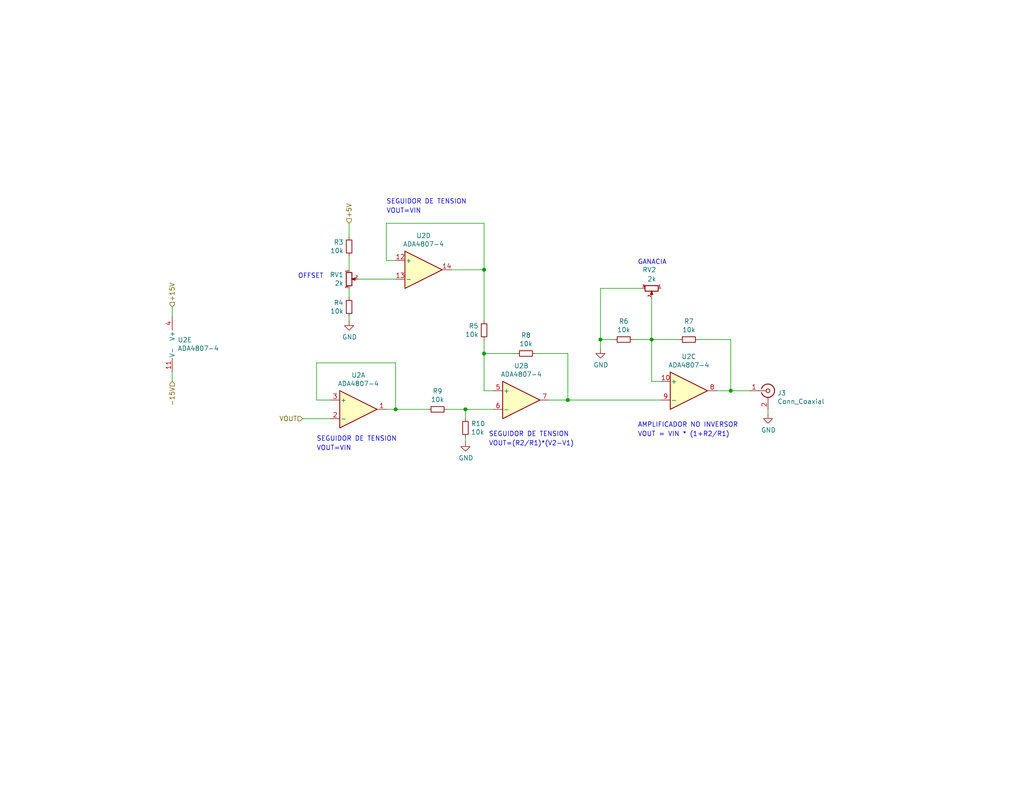
<source format=kicad_sch>
(kicad_sch (version 20211123) (generator eeschema)
  (paper "USLetter")
  (title_block (title "Operational Amplifier") (rev "1.0") (company "Cristóbal Cuevas Lagos") (comment 1 "Cristóbal Cuevas Lagos"))
  (lib_symbols
    (symbol "Amplifier_Operational:ADA4807-4" (pin_names (offset 0.127))
      (property "Reference" "U" (at 0 5.08 0))
      (property "Value" "ADA4807-4" (at 0 -5.08 0))
      (symbol "ADA4807-4_1_1"
        (polyline (pts (xy -5.08 5.08) (xy 5.08 0) (xy -5.08 -5.08) (xy -5.08 5.08)) (stroke (width 0.254)) (fill (type background)))
        (pin output line (at 7.62 0 180) (length 2.54) (name "~") (number "1"))
        (pin input line (at -7.62 -2.54 0) (length 2.54) (name "-") (number "2"))
        (pin input line (at -7.62 2.54 0) (length 2.54) (name "+") (number "3"))
      )
      (symbol "ADA4807-4_2_1"
        (polyline (pts (xy -5.08 5.08) (xy 5.08 0) (xy -5.08 -5.08) (xy -5.08 5.08)) (stroke (width 0.254)) (fill (type background)))
        (pin input line (at -7.62 2.54 0) (length 2.54) (name "+") (number "5"))
        (pin input line (at -7.62 -2.54 0) (length 2.54) (name "-") (number "6"))
        (pin output line (at 7.62 0 180) (length 2.54) (name "~") (number "7"))
      )
      (symbol "ADA4807-4_3_1"
        (polyline (pts (xy -5.08 5.08) (xy 5.08 0) (xy -5.08 -5.08) (xy -5.08 5.08)) (stroke (width 0.254)) (fill (type background)))
        (pin input line (at -7.62 2.54 0) (length 2.54) (name "+") (number "10"))
        (pin output line (at 7.62 0 180) (length 2.54) (name "~") (number "8"))
        (pin input line (at -7.62 -2.54 0) (length 2.54) (name "-") (number "9"))
      )
      (symbol "ADA4807-4_4_1"
        (polyline (pts (xy -5.08 5.08) (xy 5.08 0) (xy -5.08 -5.08) (xy -5.08 5.08)) (stroke (width 0.254)) (fill (type background)))
        (pin input line (at -7.62 2.54 0) (length 2.54) (name "+") (number "12"))
        (pin input line (at -7.62 -2.54 0) (length 2.54) (name "-") (number "13"))
        (pin output line (at 7.62 0 180) (length 2.54) (name "~") (number "14"))
      )
      (symbol "ADA4807-4_5_1"
        (pin power_in line (at -2.54 -7.62 90) (length 3.81) (name "V-") (number "11"))
        (pin power_in line (at -2.54 7.62 270) (length 3.81) (name "V+") (number "4"))
      )
    )
    (symbol "Connector:Conn_Coaxial" (pin_names (offset 1.016) hide)
      (property "Reference" "J" (at 0.254 3.048 0))
      (property "Value" "Conn_Coaxial" (at 2.921 0 90))
      (symbol "Conn_Coaxial_0_1"
        (arc (start -1.778 -0.508) (mid 0.222 -1.808) (end 1.778 0) (stroke (width 0.254)))
        (polyline (pts (xy -2.54 0) (xy -0.508 0)))
        (polyline (pts (xy 0 -2.54) (xy 0 -1.778)))
        (circle (center 0 0) (radius 0.508) (stroke (width 0.2032)))
        (arc (start 1.778 0) (mid 0.222 1.8083) (end -1.778 0.508) (stroke (width 0.254)))
      )
      (symbol "Conn_Coaxial_1_1"
        (pin passive line (at -5.08 0 0) (length 2.54) (name "In") (number "1"))
        (pin passive line (at 0 -5.08 90) (length 2.54) (name "Ext") (number "2"))
      )
    )
    (symbol "Device:R_POT_Small" (pin_names (offset 1.016) hide)
      (property "Reference" "RV" (at -4.445 0 90))
      (property "Value" "Device_R_POT_Small" (at -2.54 0 90))
      (symbol "R_POT_Small_0_1"
        (polyline (pts (xy 0.889 0) (xy 0.635 0) (xy 1.651 0.381) (xy 1.651 -0.381) (xy 0.635 0) (xy 0.889 0)) (fill (type outline)))
        (rectangle (start 0.762 1.8034) (end -0.762 -1.8034) (stroke (width 0.254)))
      )
      (symbol "R_POT_Small_1_1"
        (pin passive line (at 0 2.54 270) (length 0.635) (name "1") (number "1"))
        (pin passive line (at 2.54 0 180) (length 0.9906) (name "2") (number "2"))
        (pin passive line (at 0 -2.54 90) (length 0.635) (name "3") (number "3"))
      )
    )
    (symbol "Device:R_Small" (pin_numbers hide) (pin_names (offset 0.254) hide)
      (property "Reference" "R" (at 0.762 0.508 0))
      (property "Value" "R_Small" (at 0.762 -1.016 0))
      (symbol "R_Small_0_1"
        (rectangle (start -0.762 1.778) (end 0.762 -1.778) (stroke (width 0.2032)))
      )
      (symbol "R_Small_1_1"
        (pin passive line (at 0 2.54 270) (length 0.762) (name "~") (number "1"))
        (pin passive line (at 0 -2.54 90) (length 0.762) (name "~") (number "2"))
      )
    )
    (symbol "power:GND" (power) (pin_names (offset 0))
      (property "Value" "GND" (at 0 -3.81 0))
      (symbol "GND_0_1"
        (polyline (pts (xy 0 0) (xy 0 -1.27) (xy 1.27 -1.27) (xy 0 -2.54) (xy -1.27 -1.27) (xy 0 -1.27)))
      )
      (symbol "GND_1_1"
        (pin power_in line (at 0 0 270) (length 0) hide (name "GND") (number "1"))
      )
    )
  )
  (junction (at 107.95 111.76))
  (junction (at 163.83 92.71))
  (junction (at 154.94 109.22))
  (junction (at 177.8 92.71))
  (junction (at 199.39 106.68))
  (junction (at 127 111.76))
  (junction (at 132.08 96.52))
  (junction (at 132.08 73.66))
  (wire (pts (xy 132.08 96.52) (xy 140.97 96.52)))
  (wire (pts (xy 132.08 92.71) (xy 132.08 96.52)))
  (wire (pts (xy 127 119.38) (xy 127 120.65)))
  (wire (pts (xy 95.25 86.36) (xy 95.25 87.63)))
  (wire (pts (xy 177.8 92.71) (xy 185.42 92.71)))
  (wire (pts (xy 46.99 101.6) (xy 46.99 104.14)))
  (wire (pts (xy 177.8 92.71) (xy 177.8 104.14)))
  (wire (pts (xy 86.36 99.06) (xy 107.95 99.06)))
  (wire (pts (xy 154.94 96.52) (xy 154.94 109.22)))
  (wire (pts (xy 134.62 106.68) (xy 132.08 106.68)))
  (wire (pts (xy 190.5 92.71) (xy 199.39 92.71)))
  (wire (pts (xy 46.99 83.82) (xy 46.99 86.36)))
  (wire (pts (xy 121.92 111.76) (xy 127 111.76)))
  (wire (pts (xy 95.25 60.96) (xy 95.25 64.77)))
  (wire (pts (xy 105.41 60.96) (xy 132.08 60.96)))
  (wire (pts (xy 199.39 106.68) (xy 204.47 106.68)))
  (wire (pts (xy 180.34 109.22) (xy 154.94 109.22)))
  (wire (pts (xy 177.8 81.28) (xy 177.8 92.71)))
  (wire (pts (xy 107.95 111.76) (xy 105.41 111.76)))
  (wire (pts (xy 172.72 92.71) (xy 177.8 92.71)))
  (wire (pts (xy 95.25 73.66) (xy 95.25 69.85)))
  (wire (pts (xy 163.83 95.25) (xy 163.83 92.71)))
  (wire (pts (xy 90.17 109.22) (xy 86.36 109.22)))
  (wire (pts (xy 134.62 111.76) (xy 127 111.76)))
  (wire (pts (xy 132.08 106.68) (xy 132.08 96.52)))
  (wire (pts (xy 107.95 71.12) (xy 105.41 71.12)))
  (wire (pts (xy 175.26 78.74) (xy 163.83 78.74)))
  (wire (pts (xy 127 111.76) (xy 127 114.3)))
  (wire (pts (xy 123.19 73.66) (xy 132.08 73.66)))
  (wire (pts (xy 86.36 109.22) (xy 86.36 99.06)))
  (wire (pts (xy 132.08 73.66) (xy 132.08 87.63)))
  (wire (pts (xy 163.83 92.71) (xy 167.64 92.71)))
  (wire (pts (xy 199.39 92.71) (xy 199.39 106.68)))
  (wire (pts (xy 105.41 71.12) (xy 105.41 60.96)))
  (wire (pts (xy 107.95 99.06) (xy 107.95 111.76)))
  (wire (pts (xy 95.25 78.74) (xy 95.25 81.28)))
  (wire (pts (xy 209.55 111.76) (xy 209.55 113.03)))
  (wire (pts (xy 199.39 106.68) (xy 195.58 106.68)))
  (wire (pts (xy 146.05 96.52) (xy 154.94 96.52)))
  (wire (pts (xy 180.34 104.14) (xy 177.8 104.14)))
  (wire (pts (xy 132.08 60.96) (xy 132.08 73.66)))
  (wire (pts (xy 154.94 109.22) (xy 149.86 109.22)))
  (wire (pts (xy 163.83 78.74) (xy 163.83 92.71)))
  (wire (pts (xy 82.55 114.3) (xy 90.17 114.3)))
  (wire (pts (xy 97.79 76.2) (xy 107.95 76.2)))
  (wire (pts (xy 107.95 111.76) (xy 116.84 111.76)))
  (text "VOUT=VIN" (at 86.36 123.19 0) (effects (font (size 1.27 1.27)) (justify left bottom)))
  (text "SEGUIDOR DE TENSION" (at 105.41 55.88 0) (effects (font (size 1.27 1.27)) (justify left bottom)))
  (text "SEGUIDOR DE TENSION" (at 86.36 120.65 0) (effects (font (size 1.27 1.27)) (justify left bottom)))
  (text "VOUT=VIN" (at 105.41 58.42 0) (effects (font (size 1.27 1.27)) (justify left bottom)))
  (text "VOUT=(R2/R1)*(V2-V1)" (at 133.35 121.92 0) (effects (font (size 1.27 1.27)) (justify left bottom)))
  (text "OFFSET" (at 81.28 76.2 0) (effects (font (size 1.27 1.27)) (justify left bottom)))
  (text "AMPLIFICADOR NO INVERSOR" (at 173.99 116.84 0) (effects (font (size 1.27 1.27)) (justify left bottom)))
  (text "GANACIA" (at 173.99 72.39 0) (effects (font (size 1.27 1.27)) (justify left bottom)))
  (text "VOUT = VIN * (1+R2/R1)" (at 173.99 119.38 0) (effects (font (size 1.27 1.27)) (justify left bottom)))
  (text "SEGUIDOR DE TENSION" (at 133.35 119.38 0) (effects (font (size 1.27 1.27)) (justify left bottom)))
  (hierarchical_label "-15V" (shape input) (at 46.99 104.14 270))
  (hierarchical_label "VOUT" (shape input) (at 82.55 114.3 180))
  (hierarchical_label "+15V" (shape input) (at 46.99 83.82 90))
  (hierarchical_label "+5V" (shape input) (at 95.25 60.96 90))
  (symbol (lib_id "Connector:Conn_Coaxial") (at 209.55 106.68 0) (unit 1)
    (property "Reference" "J3" (at 212.09 107.315 0) (effects (justify left)))
    (property "Value" "Conn_Coaxial" (at 212.09 109.6264 0) (effects (justify left)))
    (property "Datasheet" " ~" (effects hide))
  )
  (symbol (lib_id "power:GND") (at 209.55 113.03 0) (unit 1)
    (property "Reference" "#PWR?" (effects hide))
    (property "Value" "GND" (at 209.677 117.4242 0))
  )
  (symbol (lib_id "Device:R_POT_Small") (at 177.8 78.74 270) (unit 1)
    (property "Reference" "RV2" (at 179.07 73.66 90) (effects (justify right)))
    (property "Value" "2k" (at 179.07 76.2 90) (effects (justify right)))
  )
  (symbol (lib_id "Device:R_Small") (at 119.38 111.76 270) (unit 1)
    (property "Reference" "R9" (at 119.38 106.7816 90))
    (property "Value" "10k" (at 119.38 109.093 90))
    (property "Footprint" "Resistor_SMD:R_0603_1608Metric" (effects hide))
  )
  (symbol (lib_id "Device:R_Small") (at 127 116.84 180) (unit 1)
    (property "Reference" "R10" (at 128.4986 115.6716 0) (effects (justify right)))
    (property "Value" "10k" (at 128.4986 117.983 0) (effects (justify right)))
    (property "Footprint" "Resistor_SMD:R_0603_1608Metric" (effects hide))
  )
  (symbol (lib_id "power:GND") (at 127 120.65 0) (unit 1)
    (property "Reference" "#PWR?" (effects hide))
    (property "Value" "GND" (at 127.127 125.0442 0))
  )
  (symbol (lib_id "Device:R_Small") (at 143.51 96.52 270) (unit 1)
    (property "Reference" "R8" (at 143.51 91.5416 90))
    (property "Value" "10k" (at 143.51 93.853 90))
    (property "Footprint" "Resistor_SMD:R_0603_1608Metric" (effects hide))
  )
  (symbol (lib_id "Device:R_Small") (at 132.08 90.17 0) (mirror x) (unit 1)
    (property "Reference" "R5" (at 130.5814 89.0016 0) (effects (justify right)))
    (property "Value" "10k" (at 130.5814 91.313 0) (effects (justify right)))
    (property "Footprint" "Resistor_SMD:R_0603_1608Metric" (effects hide))
  )
  (symbol (lib_id "Device:R_Small") (at 95.25 67.31 0) (mirror x) (unit 1)
    (property "Reference" "R3" (at 93.7514 66.1416 0) (effects (justify right)))
    (property "Value" "10k" (at 93.7514 68.453 0) (effects (justify right)))
    (property "Footprint" "Resistor_SMD:R_0603_1608Metric" (effects hide))
  )
  (symbol (lib_id "Device:R_Small") (at 95.25 83.82 0) (mirror x) (unit 1)
    (property "Reference" "R4" (at 93.7514 82.6516 0) (effects (justify right)))
    (property "Value" "10k" (at 93.7514 84.963 0) (effects (justify right)))
    (property "Footprint" "Resistor_SMD:R_0603_1608Metric" (effects hide))
  )
  (symbol (lib_id "power:GND") (at 95.25 87.63 0) (unit 1)
    (property "Reference" "#PWR?" (effects hide))
    (property "Value" "GND" (at 95.377 92.0242 0))
  )
  (symbol (lib_id "Device:R_POT_Small") (at 95.25 76.2 0) (unit 1)
    (property "Reference" "RV1" (at 93.7514 75.0316 0) (effects (justify right)))
    (property "Value" "2k" (at 93.7514 77.343 0) (effects (justify right)))
  )
  (symbol (lib_id "Device:R_Small") (at 170.18 92.71 270) (unit 1)
    (property "Reference" "R6" (at 170.18 87.7316 90))
    (property "Value" "10k" (at 170.18 90.043 90))
    (property "Footprint" "Resistor_SMD:R_0603_1608Metric" (effects hide))
  )
  (symbol (lib_id "Device:R_Small") (at 187.96 92.71 270) (unit 1)
    (property "Reference" "R7" (at 187.96 87.7316 90))
    (property "Value" "10k" (at 187.96 90.043 90))
    (property "Footprint" "Resistor_SMD:R_0603_1608Metric" (effects hide))
  )
  (symbol (lib_id "power:GND") (at 163.83 95.25 0) (unit 1)
    (property "Reference" "#PWR?" (effects hide))
    (property "Value" "GND" (at 163.957 99.6442 0))
  )
  (symbol (lib_id "Amplifier_Operational:ADA4807-4") (at 97.79 111.76 0) (unit 1)
    (property "Reference" "U2" (at 97.79 102.4382 0))
    (property "Value" "ADA4807-4" (at 97.79 104.7496 0))
    (property "Footprint" "Package_SO:TSSOP-14_4.4x5mm_P0.65mm" (effects hide))
    (property "Datasheet" "https://www.analog.com/media/en/technical-documentation/data-sheets/ADA4807-1_4807-2_4807-4.pdf" (effects hide))
  )
  (symbol (lib_id "Amplifier_Operational:ADA4807-4") (at 142.24 109.22 0) (unit 2)
    (property "Reference" "U2" (at 142.24 99.8982 0))
    (property "Value" "ADA4807-4" (at 142.24 102.2096 0))
    (property "Footprint" "Package_SO:TSSOP-14_4.4x5mm_P0.65mm" (effects hide))
    (property "Datasheet" "https://www.analog.com/media/en/technical-documentation/data-sheets/ADA4807-1_4807-2_4807-4.pdf" (effects hide))
  )
  (symbol (lib_id "Amplifier_Operational:ADA4807-4") (at 187.96 106.68 0) (unit 3)
    (property "Reference" "U2" (at 187.96 97.3582 0))
    (property "Value" "ADA4807-4" (at 187.96 99.6696 0))
    (property "Footprint" "Package_SO:TSSOP-14_4.4x5mm_P0.65mm" (effects hide))
    (property "Datasheet" "https://www.analog.com/media/en/technical-documentation/data-sheets/ADA4807-1_4807-2_4807-4.pdf" (effects hide))
  )
  (symbol (lib_id "Amplifier_Operational:ADA4807-4") (at 115.57 73.66 0) (unit 4)
    (property "Reference" "U2" (at 115.57 64.3382 0))
    (property "Value" "ADA4807-4" (at 115.57 66.6496 0))
    (property "Footprint" "Package_SO:TSSOP-14_4.4x5mm_P0.65mm" (effects hide))
    (property "Datasheet" "https://www.analog.com/media/en/technical-documentation/data-sheets/ADA4807-1_4807-2_4807-4.pdf" (effects hide))
  )
  (symbol (lib_id "Amplifier_Operational:ADA4807-4") (at 49.53 93.98 0) (unit 5)
    (property "Reference" "U2" (at 48.4632 92.8116 0) (effects (justify left)))
    (property "Value" "ADA4807-4" (at 48.4632 95.123 0) (effects (justify left)))
    (property "Footprint" "Package_SO:TSSOP-14_4.4x5mm_P0.65mm" (effects hide))
    (property "Datasheet" "https://www.analog.com/media/en/technical-documentation/data-sheets/ADA4807-1_4807-2_4807-4.pdf" (effects hide))
  )
)
</source>
